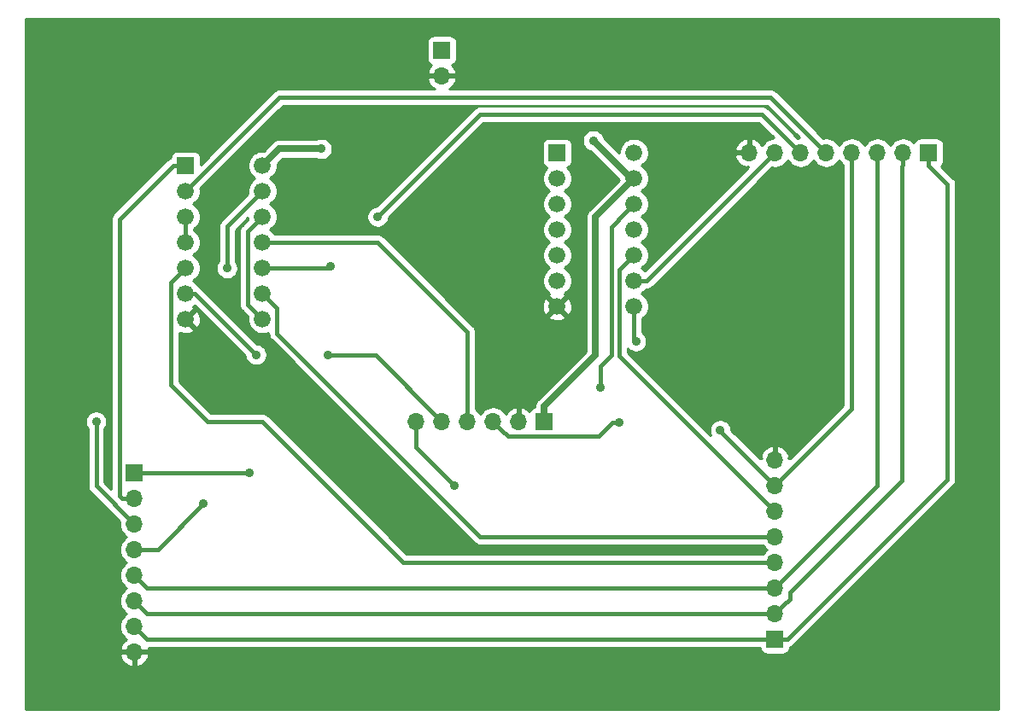
<source format=gbr>
G04 #@! TF.GenerationSoftware,KiCad,Pcbnew,(5.1.0)-1*
G04 #@! TF.CreationDate,2019-05-27T15:49:11-07:00*
G04 #@! TF.ProjectId,CC_Interconnect,43435f49-6e74-4657-9263-6f6e6e656374,rev?*
G04 #@! TF.SameCoordinates,Original*
G04 #@! TF.FileFunction,Copper,L2,Bot*
G04 #@! TF.FilePolarity,Positive*
%FSLAX46Y46*%
G04 Gerber Fmt 4.6, Leading zero omitted, Abs format (unit mm)*
G04 Created by KiCad (PCBNEW (5.1.0)-1) date 2019-05-27 15:49:11*
%MOMM*%
%LPD*%
G04 APERTURE LIST*
%ADD10R,1.676400X1.676400*%
%ADD11C,1.676400*%
%ADD12R,1.700000X1.700000*%
%ADD13O,1.700000X1.700000*%
%ADD14C,0.901600*%
%ADD15C,0.635000*%
%ADD16C,0.406400*%
%ADD17C,0.254000*%
G04 APERTURE END LIST*
D10*
X121920000Y-26670000D03*
D11*
X121920000Y-29210000D03*
X121920000Y-31750000D03*
X121920000Y-34290000D03*
X121920000Y-36830000D03*
X121920000Y-39370000D03*
X121920000Y-41910000D03*
X129540000Y-41910000D03*
X129540000Y-39370000D03*
X129540000Y-36830000D03*
X129540000Y-34290000D03*
X129540000Y-31750000D03*
X129540000Y-29210000D03*
X129540000Y-26670000D03*
D12*
X110490000Y-16510000D03*
D13*
X110490000Y-19050000D03*
D12*
X120650000Y-53340000D03*
D13*
X118110000Y-53340000D03*
X115570000Y-53340000D03*
X113030000Y-53340000D03*
X110490000Y-53340000D03*
X107950000Y-53340000D03*
D12*
X80010000Y-58420000D03*
D13*
X80010000Y-60960000D03*
X80010000Y-63500000D03*
X80010000Y-66040000D03*
X80010000Y-68580000D03*
X80010000Y-71120000D03*
X80010000Y-73660000D03*
X80010000Y-76200000D03*
X140970000Y-26670000D03*
X143510000Y-26670000D03*
X146050000Y-26670000D03*
X148590000Y-26670000D03*
X151130000Y-26670000D03*
X153670000Y-26670000D03*
X156210000Y-26670000D03*
D12*
X158750000Y-26670000D03*
X143510000Y-74930000D03*
D13*
X143510000Y-72390000D03*
X143510000Y-69850000D03*
X143510000Y-67310000D03*
X143510000Y-64770000D03*
X143510000Y-62230000D03*
X143510000Y-59690000D03*
X143510000Y-57150000D03*
D10*
X85090000Y-27940000D03*
D11*
X85090000Y-30480000D03*
X85090000Y-33020000D03*
X85090000Y-35560000D03*
X85090000Y-38100000D03*
X85090000Y-40640000D03*
X85090000Y-43180000D03*
X92710000Y-43180000D03*
X92710000Y-40640000D03*
X92710000Y-38100000D03*
X92710000Y-35560000D03*
X92710000Y-33020000D03*
X92710000Y-30480000D03*
X92710000Y-27940000D03*
D14*
X125500000Y-25450000D03*
X98570000Y-26290000D03*
X111760000Y-59690000D03*
X91440000Y-58420000D03*
X138100000Y-54180000D03*
X76220000Y-53350000D03*
X89200000Y-38130000D03*
X86870000Y-61510000D03*
X126220000Y-49940000D03*
X99430000Y-37960000D03*
X104140000Y-33020000D03*
X129740000Y-45360000D03*
X128040000Y-53450000D03*
X99170000Y-46780000D03*
X92080000Y-46710000D03*
D15*
X129260000Y-29210000D02*
X129540000Y-29210000D01*
X125500000Y-25450000D02*
X129260000Y-29210000D01*
X125730000Y-33020000D02*
X129540000Y-29210000D01*
X94360000Y-26290000D02*
X92710000Y-27940000D01*
X98570000Y-26290000D02*
X94360000Y-26290000D01*
X125730000Y-46775000D02*
X125730000Y-33020000D01*
X120650000Y-51855000D02*
X125730000Y-46775000D01*
X120650000Y-53340000D02*
X120650000Y-51855000D01*
D16*
X107950000Y-55880000D02*
X107950000Y-53340000D01*
X111760000Y-59690000D02*
X107950000Y-55880000D01*
X91440000Y-58420000D02*
X80010000Y-58420000D01*
X151130000Y-52070000D02*
X143510000Y-59690000D01*
X151130000Y-26670000D02*
X151130000Y-52070000D01*
X143510000Y-59690000D02*
X138100000Y-54280000D01*
X138100000Y-54280000D02*
X138100000Y-54180000D01*
X153670000Y-59690000D02*
X143510000Y-69850000D01*
X153670000Y-26670000D02*
X153670000Y-59690000D01*
X81280000Y-69850000D02*
X80010000Y-68580000D01*
X143510000Y-69850000D02*
X81280000Y-69850000D01*
X156210000Y-27872081D02*
X156080000Y-28002081D01*
X156210000Y-26670000D02*
X156210000Y-27872081D01*
X144359999Y-71540001D02*
X143510000Y-72390000D01*
X144969601Y-70930399D02*
X144359999Y-71540001D01*
X144969601Y-70310399D02*
X144969601Y-70930399D01*
X156080000Y-59200000D02*
X144969601Y-70310399D01*
X156080000Y-28002081D02*
X156080000Y-59200000D01*
X81280000Y-72390000D02*
X143510000Y-72390000D01*
X80010000Y-71120000D02*
X81280000Y-72390000D01*
X144610000Y-74930000D02*
X143510000Y-74930000D01*
X158750000Y-27926400D02*
X160620000Y-29796400D01*
X158750000Y-26670000D02*
X158750000Y-27926400D01*
X144766400Y-74930000D02*
X143510000Y-74930000D01*
X160620000Y-59076400D02*
X144766400Y-74930000D01*
X160620000Y-29796400D02*
X160620000Y-59076400D01*
X81280000Y-74930000D02*
X80010000Y-73660000D01*
X143510000Y-74930000D02*
X81280000Y-74930000D01*
X83845400Y-27940000D02*
X85090000Y-27940000D01*
X78550399Y-33235001D02*
X83845400Y-27940000D01*
X78550399Y-60702480D02*
X78550399Y-33235001D01*
X78807919Y-60960000D02*
X78550399Y-60702480D01*
X80010000Y-60960000D02*
X78807919Y-60960000D01*
X80010000Y-63500000D02*
X76220000Y-59710000D01*
X76220000Y-59710000D02*
X76220000Y-53350000D01*
X89200000Y-33990000D02*
X92710000Y-30480000D01*
X89200000Y-38130000D02*
X89200000Y-33990000D01*
X80010000Y-66040000D02*
X82340000Y-66040000D01*
X82340000Y-66040000D02*
X86870000Y-61510000D01*
X128701801Y-32588199D02*
X129540000Y-31750000D01*
X127279389Y-34010611D02*
X128701801Y-32588199D01*
X127279389Y-46760097D02*
X127279389Y-34010611D01*
X126220000Y-47819486D02*
X127279389Y-46760097D01*
X126220000Y-49940000D02*
X126220000Y-47819486D01*
X130810000Y-39370000D02*
X129540000Y-39370000D01*
X143510000Y-26670000D02*
X130810000Y-39370000D01*
X146050000Y-26670000D02*
X142240000Y-22860000D01*
X142240000Y-22860000D02*
X114300000Y-22860000D01*
X114300000Y-22860000D02*
X104140000Y-33020000D01*
X92710000Y-38100000D02*
X99290000Y-38100000D01*
X99290000Y-38100000D02*
X99430000Y-37960000D01*
X148590000Y-26670000D02*
X143090000Y-21170000D01*
X94400000Y-21170000D02*
X93685000Y-21885000D01*
X143090000Y-21170000D02*
X94400000Y-21170000D01*
X93980000Y-21590000D02*
X93685000Y-21885000D01*
X93685000Y-21885000D02*
X85090000Y-30480000D01*
X92710000Y-53340000D02*
X106680000Y-67310000D01*
X106680000Y-67310000D02*
X143510000Y-67310000D01*
X84251801Y-38938199D02*
X85090000Y-38100000D01*
X83642199Y-39547801D02*
X84251801Y-38938199D01*
X83642199Y-49732199D02*
X83642199Y-39547801D01*
X87250000Y-53340000D02*
X83642199Y-49732199D01*
X87250000Y-53340000D02*
X92710000Y-53340000D01*
X143510000Y-64770000D02*
X114300000Y-64770000D01*
X94157801Y-44627801D02*
X114300000Y-64770000D01*
X94157801Y-42087801D02*
X94157801Y-44627801D01*
X92710000Y-40640000D02*
X94157801Y-42087801D01*
X128701801Y-37668199D02*
X129540000Y-36830000D01*
X128092199Y-38277801D02*
X128701801Y-37668199D01*
X128092199Y-46812199D02*
X128092199Y-38277801D01*
X143510000Y-62230000D02*
X128092199Y-46812199D01*
X129540000Y-41910000D02*
X129540000Y-45160000D01*
X129540000Y-45160000D02*
X129740000Y-45360000D01*
X116419999Y-54189999D02*
X115570000Y-53340000D01*
X117029601Y-54799601D02*
X116419999Y-54189999D01*
X126052872Y-54799601D02*
X117029601Y-54799601D01*
X127402473Y-53450000D02*
X126052872Y-54799601D01*
X128040000Y-53450000D02*
X127402473Y-53450000D01*
X113030000Y-53340000D02*
X113030000Y-44450000D01*
X104140000Y-35560000D02*
X92710000Y-35560000D01*
X113030000Y-44450000D02*
X104140000Y-35560000D01*
X103550210Y-46780000D02*
X99170000Y-46780000D01*
X110490000Y-53340000D02*
X103930000Y-46780000D01*
X103930000Y-46780000D02*
X103550210Y-46780000D01*
X86010000Y-40640000D02*
X85090000Y-40640000D01*
X92080000Y-46710000D02*
X86010000Y-40640000D01*
X85090000Y-33020000D02*
X85090000Y-35560000D01*
X91871801Y-42341801D02*
X92710000Y-43180000D01*
X91262199Y-41732199D02*
X91871801Y-42341801D01*
X91262199Y-34467801D02*
X91262199Y-41732199D01*
X92710000Y-33020000D02*
X91262199Y-34467801D01*
D17*
G36*
X165710001Y-81890000D02*
G01*
X69240000Y-81890000D01*
X69240000Y-76556890D01*
X78568524Y-76556890D01*
X78613175Y-76704099D01*
X78738359Y-76966920D01*
X78912412Y-77200269D01*
X79128645Y-77395178D01*
X79378748Y-77544157D01*
X79653109Y-77641481D01*
X79883000Y-77520814D01*
X79883000Y-76327000D01*
X80137000Y-76327000D01*
X80137000Y-77520814D01*
X80366891Y-77641481D01*
X80641252Y-77544157D01*
X80891355Y-77395178D01*
X81107588Y-77200269D01*
X81281641Y-76966920D01*
X81406825Y-76704099D01*
X81451476Y-76556890D01*
X81330155Y-76327000D01*
X80137000Y-76327000D01*
X79883000Y-76327000D01*
X78689845Y-76327000D01*
X78568524Y-76556890D01*
X69240000Y-76556890D01*
X69240000Y-53243058D01*
X75134200Y-53243058D01*
X75134200Y-53456942D01*
X75175926Y-53666716D01*
X75257776Y-53864319D01*
X75376604Y-54042157D01*
X75381801Y-54047354D01*
X75381800Y-59668837D01*
X75377746Y-59710000D01*
X75381800Y-59751163D01*
X75381800Y-59751169D01*
X75393929Y-59874315D01*
X75441858Y-60032316D01*
X75519691Y-60177931D01*
X75624436Y-60305564D01*
X75656418Y-60331811D01*
X78545322Y-63220716D01*
X78517815Y-63500000D01*
X78546487Y-63791111D01*
X78631401Y-64071034D01*
X78769294Y-64329014D01*
X78954866Y-64555134D01*
X79180986Y-64740706D01*
X79235791Y-64770000D01*
X79180986Y-64799294D01*
X78954866Y-64984866D01*
X78769294Y-65210986D01*
X78631401Y-65468966D01*
X78546487Y-65748889D01*
X78517815Y-66040000D01*
X78546487Y-66331111D01*
X78631401Y-66611034D01*
X78769294Y-66869014D01*
X78954866Y-67095134D01*
X79180986Y-67280706D01*
X79235791Y-67310000D01*
X79180986Y-67339294D01*
X78954866Y-67524866D01*
X78769294Y-67750986D01*
X78631401Y-68008966D01*
X78546487Y-68288889D01*
X78517815Y-68580000D01*
X78546487Y-68871111D01*
X78631401Y-69151034D01*
X78769294Y-69409014D01*
X78954866Y-69635134D01*
X79180986Y-69820706D01*
X79235791Y-69850000D01*
X79180986Y-69879294D01*
X78954866Y-70064866D01*
X78769294Y-70290986D01*
X78631401Y-70548966D01*
X78546487Y-70828889D01*
X78517815Y-71120000D01*
X78546487Y-71411111D01*
X78631401Y-71691034D01*
X78769294Y-71949014D01*
X78954866Y-72175134D01*
X79180986Y-72360706D01*
X79235791Y-72390000D01*
X79180986Y-72419294D01*
X78954866Y-72604866D01*
X78769294Y-72830986D01*
X78631401Y-73088966D01*
X78546487Y-73368889D01*
X78517815Y-73660000D01*
X78546487Y-73951111D01*
X78631401Y-74231034D01*
X78769294Y-74489014D01*
X78954866Y-74715134D01*
X79180986Y-74900706D01*
X79245523Y-74935201D01*
X79128645Y-75004822D01*
X78912412Y-75199731D01*
X78738359Y-75433080D01*
X78613175Y-75695901D01*
X78568524Y-75843110D01*
X78689845Y-76073000D01*
X79883000Y-76073000D01*
X79883000Y-76053000D01*
X80137000Y-76053000D01*
X80137000Y-76073000D01*
X81330155Y-76073000D01*
X81451476Y-75843110D01*
X81428755Y-75768200D01*
X142021928Y-75768200D01*
X142021928Y-75780000D01*
X142034188Y-75904482D01*
X142070498Y-76024180D01*
X142129463Y-76134494D01*
X142208815Y-76231185D01*
X142305506Y-76310537D01*
X142415820Y-76369502D01*
X142535518Y-76405812D01*
X142660000Y-76418072D01*
X144360000Y-76418072D01*
X144484482Y-76405812D01*
X144604180Y-76369502D01*
X144714494Y-76310537D01*
X144811185Y-76231185D01*
X144890537Y-76134494D01*
X144949502Y-76024180D01*
X144985812Y-75904482D01*
X144998072Y-75780000D01*
X144998072Y-75735639D01*
X145088717Y-75708142D01*
X145234332Y-75630309D01*
X145361964Y-75525564D01*
X145388211Y-75493582D01*
X161183588Y-59698206D01*
X161215564Y-59671964D01*
X161320309Y-59544332D01*
X161398142Y-59398717D01*
X161446071Y-59240716D01*
X161458200Y-59117570D01*
X161458200Y-59117564D01*
X161462254Y-59076401D01*
X161458200Y-59035238D01*
X161458200Y-29837559D01*
X161462254Y-29796399D01*
X161458200Y-29755239D01*
X161458200Y-29755230D01*
X161446071Y-29632084D01*
X161398142Y-29474083D01*
X161320309Y-29328468D01*
X161215564Y-29200836D01*
X161183589Y-29174595D01*
X160012185Y-28003191D01*
X160051185Y-27971185D01*
X160130537Y-27874494D01*
X160189502Y-27764180D01*
X160225812Y-27644482D01*
X160238072Y-27520000D01*
X160238072Y-25820000D01*
X160225812Y-25695518D01*
X160189502Y-25575820D01*
X160130537Y-25465506D01*
X160051185Y-25368815D01*
X159954494Y-25289463D01*
X159844180Y-25230498D01*
X159724482Y-25194188D01*
X159600000Y-25181928D01*
X157900000Y-25181928D01*
X157775518Y-25194188D01*
X157655820Y-25230498D01*
X157545506Y-25289463D01*
X157448815Y-25368815D01*
X157369463Y-25465506D01*
X157310498Y-25575820D01*
X157289607Y-25644687D01*
X157265134Y-25614866D01*
X157039014Y-25429294D01*
X156781034Y-25291401D01*
X156501111Y-25206487D01*
X156282950Y-25185000D01*
X156137050Y-25185000D01*
X155918889Y-25206487D01*
X155638966Y-25291401D01*
X155380986Y-25429294D01*
X155154866Y-25614866D01*
X154969294Y-25840986D01*
X154940000Y-25895791D01*
X154910706Y-25840986D01*
X154725134Y-25614866D01*
X154499014Y-25429294D01*
X154241034Y-25291401D01*
X153961111Y-25206487D01*
X153742950Y-25185000D01*
X153597050Y-25185000D01*
X153378889Y-25206487D01*
X153098966Y-25291401D01*
X152840986Y-25429294D01*
X152614866Y-25614866D01*
X152429294Y-25840986D01*
X152400000Y-25895791D01*
X152370706Y-25840986D01*
X152185134Y-25614866D01*
X151959014Y-25429294D01*
X151701034Y-25291401D01*
X151421111Y-25206487D01*
X151202950Y-25185000D01*
X151057050Y-25185000D01*
X150838889Y-25206487D01*
X150558966Y-25291401D01*
X150300986Y-25429294D01*
X150074866Y-25614866D01*
X149889294Y-25840986D01*
X149860000Y-25895791D01*
X149830706Y-25840986D01*
X149645134Y-25614866D01*
X149419014Y-25429294D01*
X149161034Y-25291401D01*
X148881111Y-25206487D01*
X148662950Y-25185000D01*
X148517050Y-25185000D01*
X148310716Y-25205322D01*
X143711811Y-20606418D01*
X143685564Y-20574436D01*
X143557932Y-20469691D01*
X143412317Y-20391858D01*
X143254316Y-20343929D01*
X143131170Y-20331800D01*
X143131163Y-20331800D01*
X143090000Y-20327746D01*
X143048837Y-20331800D01*
X111225936Y-20331800D01*
X111371355Y-20245178D01*
X111587588Y-20050269D01*
X111761641Y-19816920D01*
X111886825Y-19554099D01*
X111931476Y-19406890D01*
X111810155Y-19177000D01*
X110617000Y-19177000D01*
X110617000Y-19197000D01*
X110363000Y-19197000D01*
X110363000Y-19177000D01*
X109169845Y-19177000D01*
X109048524Y-19406890D01*
X109093175Y-19554099D01*
X109218359Y-19816920D01*
X109392412Y-20050269D01*
X109608645Y-20245178D01*
X109754064Y-20331800D01*
X94441163Y-20331800D01*
X94400000Y-20327746D01*
X94358837Y-20331800D01*
X94358830Y-20331800D01*
X94235684Y-20343929D01*
X94077683Y-20391858D01*
X93932068Y-20469691D01*
X93804436Y-20574436D01*
X93778193Y-20606413D01*
X93121419Y-21263188D01*
X93121414Y-21263192D01*
X86566272Y-27818335D01*
X86566272Y-27101800D01*
X86554012Y-26977318D01*
X86517702Y-26857620D01*
X86458737Y-26747306D01*
X86379385Y-26650615D01*
X86282694Y-26571263D01*
X86172380Y-26512298D01*
X86052682Y-26475988D01*
X85928200Y-26463728D01*
X84251800Y-26463728D01*
X84127318Y-26475988D01*
X84007620Y-26512298D01*
X83897306Y-26571263D01*
X83800615Y-26650615D01*
X83721263Y-26747306D01*
X83662298Y-26857620D01*
X83625988Y-26977318D01*
X83613728Y-27101800D01*
X83613728Y-27134361D01*
X83523083Y-27161858D01*
X83499896Y-27174252D01*
X83377468Y-27239691D01*
X83362197Y-27252224D01*
X83249836Y-27344436D01*
X83223594Y-27376412D01*
X77986812Y-32613195D01*
X77954836Y-32639437D01*
X77928594Y-32671413D01*
X77928591Y-32671416D01*
X77850090Y-32767070D01*
X77772257Y-32912685D01*
X77724328Y-33070686D01*
X77708145Y-33235001D01*
X77712200Y-33276174D01*
X77712199Y-60016806D01*
X77058200Y-59362807D01*
X77058200Y-54047353D01*
X77063396Y-54042157D01*
X77182224Y-53864319D01*
X77264074Y-53666716D01*
X77305800Y-53456942D01*
X77305800Y-53243058D01*
X77264074Y-53033284D01*
X77182224Y-52835681D01*
X77063396Y-52657843D01*
X76912157Y-52506604D01*
X76734319Y-52387776D01*
X76536716Y-52305926D01*
X76326942Y-52264200D01*
X76113058Y-52264200D01*
X75903284Y-52305926D01*
X75705681Y-52387776D01*
X75527843Y-52506604D01*
X75376604Y-52657843D01*
X75257776Y-52835681D01*
X75175926Y-53033284D01*
X75134200Y-53243058D01*
X69240000Y-53243058D01*
X69240000Y-15660000D01*
X109001928Y-15660000D01*
X109001928Y-17360000D01*
X109014188Y-17484482D01*
X109050498Y-17604180D01*
X109109463Y-17714494D01*
X109188815Y-17811185D01*
X109285506Y-17890537D01*
X109395820Y-17949502D01*
X109476466Y-17973966D01*
X109392412Y-18049731D01*
X109218359Y-18283080D01*
X109093175Y-18545901D01*
X109048524Y-18693110D01*
X109169845Y-18923000D01*
X110363000Y-18923000D01*
X110363000Y-18903000D01*
X110617000Y-18903000D01*
X110617000Y-18923000D01*
X111810155Y-18923000D01*
X111931476Y-18693110D01*
X111886825Y-18545901D01*
X111761641Y-18283080D01*
X111587588Y-18049731D01*
X111503534Y-17973966D01*
X111584180Y-17949502D01*
X111694494Y-17890537D01*
X111791185Y-17811185D01*
X111870537Y-17714494D01*
X111929502Y-17604180D01*
X111965812Y-17484482D01*
X111978072Y-17360000D01*
X111978072Y-15660000D01*
X111965812Y-15535518D01*
X111929502Y-15415820D01*
X111870537Y-15305506D01*
X111791185Y-15208815D01*
X111694494Y-15129463D01*
X111584180Y-15070498D01*
X111464482Y-15034188D01*
X111340000Y-15021928D01*
X109640000Y-15021928D01*
X109515518Y-15034188D01*
X109395820Y-15070498D01*
X109285506Y-15129463D01*
X109188815Y-15208815D01*
X109109463Y-15305506D01*
X109050498Y-15415820D01*
X109014188Y-15535518D01*
X109001928Y-15660000D01*
X69240000Y-15660000D01*
X69240000Y-13360000D01*
X165710000Y-13360000D01*
X165710001Y-81890000D01*
X165710001Y-81890000D01*
G37*
X165710001Y-81890000D02*
X69240000Y-81890000D01*
X69240000Y-76556890D01*
X78568524Y-76556890D01*
X78613175Y-76704099D01*
X78738359Y-76966920D01*
X78912412Y-77200269D01*
X79128645Y-77395178D01*
X79378748Y-77544157D01*
X79653109Y-77641481D01*
X79883000Y-77520814D01*
X79883000Y-76327000D01*
X80137000Y-76327000D01*
X80137000Y-77520814D01*
X80366891Y-77641481D01*
X80641252Y-77544157D01*
X80891355Y-77395178D01*
X81107588Y-77200269D01*
X81281641Y-76966920D01*
X81406825Y-76704099D01*
X81451476Y-76556890D01*
X81330155Y-76327000D01*
X80137000Y-76327000D01*
X79883000Y-76327000D01*
X78689845Y-76327000D01*
X78568524Y-76556890D01*
X69240000Y-76556890D01*
X69240000Y-53243058D01*
X75134200Y-53243058D01*
X75134200Y-53456942D01*
X75175926Y-53666716D01*
X75257776Y-53864319D01*
X75376604Y-54042157D01*
X75381801Y-54047354D01*
X75381800Y-59668837D01*
X75377746Y-59710000D01*
X75381800Y-59751163D01*
X75381800Y-59751169D01*
X75393929Y-59874315D01*
X75441858Y-60032316D01*
X75519691Y-60177931D01*
X75624436Y-60305564D01*
X75656418Y-60331811D01*
X78545322Y-63220716D01*
X78517815Y-63500000D01*
X78546487Y-63791111D01*
X78631401Y-64071034D01*
X78769294Y-64329014D01*
X78954866Y-64555134D01*
X79180986Y-64740706D01*
X79235791Y-64770000D01*
X79180986Y-64799294D01*
X78954866Y-64984866D01*
X78769294Y-65210986D01*
X78631401Y-65468966D01*
X78546487Y-65748889D01*
X78517815Y-66040000D01*
X78546487Y-66331111D01*
X78631401Y-66611034D01*
X78769294Y-66869014D01*
X78954866Y-67095134D01*
X79180986Y-67280706D01*
X79235791Y-67310000D01*
X79180986Y-67339294D01*
X78954866Y-67524866D01*
X78769294Y-67750986D01*
X78631401Y-68008966D01*
X78546487Y-68288889D01*
X78517815Y-68580000D01*
X78546487Y-68871111D01*
X78631401Y-69151034D01*
X78769294Y-69409014D01*
X78954866Y-69635134D01*
X79180986Y-69820706D01*
X79235791Y-69850000D01*
X79180986Y-69879294D01*
X78954866Y-70064866D01*
X78769294Y-70290986D01*
X78631401Y-70548966D01*
X78546487Y-70828889D01*
X78517815Y-71120000D01*
X78546487Y-71411111D01*
X78631401Y-71691034D01*
X78769294Y-71949014D01*
X78954866Y-72175134D01*
X79180986Y-72360706D01*
X79235791Y-72390000D01*
X79180986Y-72419294D01*
X78954866Y-72604866D01*
X78769294Y-72830986D01*
X78631401Y-73088966D01*
X78546487Y-73368889D01*
X78517815Y-73660000D01*
X78546487Y-73951111D01*
X78631401Y-74231034D01*
X78769294Y-74489014D01*
X78954866Y-74715134D01*
X79180986Y-74900706D01*
X79245523Y-74935201D01*
X79128645Y-75004822D01*
X78912412Y-75199731D01*
X78738359Y-75433080D01*
X78613175Y-75695901D01*
X78568524Y-75843110D01*
X78689845Y-76073000D01*
X79883000Y-76073000D01*
X79883000Y-76053000D01*
X80137000Y-76053000D01*
X80137000Y-76073000D01*
X81330155Y-76073000D01*
X81451476Y-75843110D01*
X81428755Y-75768200D01*
X142021928Y-75768200D01*
X142021928Y-75780000D01*
X142034188Y-75904482D01*
X142070498Y-76024180D01*
X142129463Y-76134494D01*
X142208815Y-76231185D01*
X142305506Y-76310537D01*
X142415820Y-76369502D01*
X142535518Y-76405812D01*
X142660000Y-76418072D01*
X144360000Y-76418072D01*
X144484482Y-76405812D01*
X144604180Y-76369502D01*
X144714494Y-76310537D01*
X144811185Y-76231185D01*
X144890537Y-76134494D01*
X144949502Y-76024180D01*
X144985812Y-75904482D01*
X144998072Y-75780000D01*
X144998072Y-75735639D01*
X145088717Y-75708142D01*
X145234332Y-75630309D01*
X145361964Y-75525564D01*
X145388211Y-75493582D01*
X161183588Y-59698206D01*
X161215564Y-59671964D01*
X161320309Y-59544332D01*
X161398142Y-59398717D01*
X161446071Y-59240716D01*
X161458200Y-59117570D01*
X161458200Y-59117564D01*
X161462254Y-59076401D01*
X161458200Y-59035238D01*
X161458200Y-29837559D01*
X161462254Y-29796399D01*
X161458200Y-29755239D01*
X161458200Y-29755230D01*
X161446071Y-29632084D01*
X161398142Y-29474083D01*
X161320309Y-29328468D01*
X161215564Y-29200836D01*
X161183589Y-29174595D01*
X160012185Y-28003191D01*
X160051185Y-27971185D01*
X160130537Y-27874494D01*
X160189502Y-27764180D01*
X160225812Y-27644482D01*
X160238072Y-27520000D01*
X160238072Y-25820000D01*
X160225812Y-25695518D01*
X160189502Y-25575820D01*
X160130537Y-25465506D01*
X160051185Y-25368815D01*
X159954494Y-25289463D01*
X159844180Y-25230498D01*
X159724482Y-25194188D01*
X159600000Y-25181928D01*
X157900000Y-25181928D01*
X157775518Y-25194188D01*
X157655820Y-25230498D01*
X157545506Y-25289463D01*
X157448815Y-25368815D01*
X157369463Y-25465506D01*
X157310498Y-25575820D01*
X157289607Y-25644687D01*
X157265134Y-25614866D01*
X157039014Y-25429294D01*
X156781034Y-25291401D01*
X156501111Y-25206487D01*
X156282950Y-25185000D01*
X156137050Y-25185000D01*
X155918889Y-25206487D01*
X155638966Y-25291401D01*
X155380986Y-25429294D01*
X155154866Y-25614866D01*
X154969294Y-25840986D01*
X154940000Y-25895791D01*
X154910706Y-25840986D01*
X154725134Y-25614866D01*
X154499014Y-25429294D01*
X154241034Y-25291401D01*
X153961111Y-25206487D01*
X153742950Y-25185000D01*
X153597050Y-25185000D01*
X153378889Y-25206487D01*
X153098966Y-25291401D01*
X152840986Y-25429294D01*
X152614866Y-25614866D01*
X152429294Y-25840986D01*
X152400000Y-25895791D01*
X152370706Y-25840986D01*
X152185134Y-25614866D01*
X151959014Y-25429294D01*
X151701034Y-25291401D01*
X151421111Y-25206487D01*
X151202950Y-25185000D01*
X151057050Y-25185000D01*
X150838889Y-25206487D01*
X150558966Y-25291401D01*
X150300986Y-25429294D01*
X150074866Y-25614866D01*
X149889294Y-25840986D01*
X149860000Y-25895791D01*
X149830706Y-25840986D01*
X149645134Y-25614866D01*
X149419014Y-25429294D01*
X149161034Y-25291401D01*
X148881111Y-25206487D01*
X148662950Y-25185000D01*
X148517050Y-25185000D01*
X148310716Y-25205322D01*
X143711811Y-20606418D01*
X143685564Y-20574436D01*
X143557932Y-20469691D01*
X143412317Y-20391858D01*
X143254316Y-20343929D01*
X143131170Y-20331800D01*
X143131163Y-20331800D01*
X143090000Y-20327746D01*
X143048837Y-20331800D01*
X111225936Y-20331800D01*
X111371355Y-20245178D01*
X111587588Y-20050269D01*
X111761641Y-19816920D01*
X111886825Y-19554099D01*
X111931476Y-19406890D01*
X111810155Y-19177000D01*
X110617000Y-19177000D01*
X110617000Y-19197000D01*
X110363000Y-19197000D01*
X110363000Y-19177000D01*
X109169845Y-19177000D01*
X109048524Y-19406890D01*
X109093175Y-19554099D01*
X109218359Y-19816920D01*
X109392412Y-20050269D01*
X109608645Y-20245178D01*
X109754064Y-20331800D01*
X94441163Y-20331800D01*
X94400000Y-20327746D01*
X94358837Y-20331800D01*
X94358830Y-20331800D01*
X94235684Y-20343929D01*
X94077683Y-20391858D01*
X93932068Y-20469691D01*
X93804436Y-20574436D01*
X93778193Y-20606413D01*
X93121419Y-21263188D01*
X93121414Y-21263192D01*
X86566272Y-27818335D01*
X86566272Y-27101800D01*
X86554012Y-26977318D01*
X86517702Y-26857620D01*
X86458737Y-26747306D01*
X86379385Y-26650615D01*
X86282694Y-26571263D01*
X86172380Y-26512298D01*
X86052682Y-26475988D01*
X85928200Y-26463728D01*
X84251800Y-26463728D01*
X84127318Y-26475988D01*
X84007620Y-26512298D01*
X83897306Y-26571263D01*
X83800615Y-26650615D01*
X83721263Y-26747306D01*
X83662298Y-26857620D01*
X83625988Y-26977318D01*
X83613728Y-27101800D01*
X83613728Y-27134361D01*
X83523083Y-27161858D01*
X83499896Y-27174252D01*
X83377468Y-27239691D01*
X83362197Y-27252224D01*
X83249836Y-27344436D01*
X83223594Y-27376412D01*
X77986812Y-32613195D01*
X77954836Y-32639437D01*
X77928594Y-32671413D01*
X77928591Y-32671416D01*
X77850090Y-32767070D01*
X77772257Y-32912685D01*
X77724328Y-33070686D01*
X77708145Y-33235001D01*
X77712200Y-33276174D01*
X77712199Y-60016806D01*
X77058200Y-59362807D01*
X77058200Y-54047353D01*
X77063396Y-54042157D01*
X77182224Y-53864319D01*
X77264074Y-53666716D01*
X77305800Y-53456942D01*
X77305800Y-53243058D01*
X77264074Y-53033284D01*
X77182224Y-52835681D01*
X77063396Y-52657843D01*
X76912157Y-52506604D01*
X76734319Y-52387776D01*
X76536716Y-52305926D01*
X76326942Y-52264200D01*
X76113058Y-52264200D01*
X75903284Y-52305926D01*
X75705681Y-52387776D01*
X75527843Y-52506604D01*
X75376604Y-52657843D01*
X75257776Y-52835681D01*
X75175926Y-53033284D01*
X75134200Y-53243058D01*
X69240000Y-53243058D01*
X69240000Y-15660000D01*
X109001928Y-15660000D01*
X109001928Y-17360000D01*
X109014188Y-17484482D01*
X109050498Y-17604180D01*
X109109463Y-17714494D01*
X109188815Y-17811185D01*
X109285506Y-17890537D01*
X109395820Y-17949502D01*
X109476466Y-17973966D01*
X109392412Y-18049731D01*
X109218359Y-18283080D01*
X109093175Y-18545901D01*
X109048524Y-18693110D01*
X109169845Y-18923000D01*
X110363000Y-18923000D01*
X110363000Y-18903000D01*
X110617000Y-18903000D01*
X110617000Y-18923000D01*
X111810155Y-18923000D01*
X111931476Y-18693110D01*
X111886825Y-18545901D01*
X111761641Y-18283080D01*
X111587588Y-18049731D01*
X111503534Y-17973966D01*
X111584180Y-17949502D01*
X111694494Y-17890537D01*
X111791185Y-17811185D01*
X111870537Y-17714494D01*
X111929502Y-17604180D01*
X111965812Y-17484482D01*
X111978072Y-17360000D01*
X111978072Y-15660000D01*
X111965812Y-15535518D01*
X111929502Y-15415820D01*
X111870537Y-15305506D01*
X111791185Y-15208815D01*
X111694494Y-15129463D01*
X111584180Y-15070498D01*
X111464482Y-15034188D01*
X111340000Y-15021928D01*
X109640000Y-15021928D01*
X109515518Y-15034188D01*
X109395820Y-15070498D01*
X109285506Y-15129463D01*
X109188815Y-15208815D01*
X109109463Y-15305506D01*
X109050498Y-15415820D01*
X109014188Y-15535518D01*
X109001928Y-15660000D01*
X69240000Y-15660000D01*
X69240000Y-13360000D01*
X165710000Y-13360000D01*
X165710001Y-81890000D01*
G36*
X145924757Y-25190150D02*
G01*
X145770716Y-25205322D01*
X142861811Y-22296418D01*
X142835564Y-22264436D01*
X142707932Y-22159691D01*
X142562317Y-22081858D01*
X142404316Y-22033929D01*
X142281170Y-22021800D01*
X142281163Y-22021800D01*
X142240000Y-22017746D01*
X142198837Y-22021800D01*
X114341163Y-22021800D01*
X114300000Y-22017746D01*
X114258837Y-22021800D01*
X114258830Y-22021800D01*
X114135684Y-22033929D01*
X113977683Y-22081858D01*
X113832068Y-22159691D01*
X113774036Y-22207317D01*
X113704436Y-22264436D01*
X113678194Y-22296412D01*
X104040407Y-31934200D01*
X104033058Y-31934200D01*
X103823284Y-31975926D01*
X103625681Y-32057776D01*
X103447843Y-32176604D01*
X103296604Y-32327843D01*
X103177776Y-32505681D01*
X103095926Y-32703284D01*
X103054200Y-32913058D01*
X103054200Y-33126942D01*
X103095926Y-33336716D01*
X103177776Y-33534319D01*
X103296604Y-33712157D01*
X103447843Y-33863396D01*
X103625681Y-33982224D01*
X103823284Y-34064074D01*
X104033058Y-34105800D01*
X104246942Y-34105800D01*
X104456716Y-34064074D01*
X104654319Y-33982224D01*
X104832157Y-33863396D01*
X104983396Y-33712157D01*
X105102224Y-33534319D01*
X105184074Y-33336716D01*
X105225800Y-33126942D01*
X105225800Y-33119593D01*
X112513593Y-25831800D01*
X120443728Y-25831800D01*
X120443728Y-27508200D01*
X120455988Y-27632682D01*
X120492298Y-27752380D01*
X120551263Y-27862694D01*
X120630615Y-27959385D01*
X120727306Y-28038737D01*
X120837620Y-28097702D01*
X120922984Y-28123597D01*
X120775691Y-28270890D01*
X120614467Y-28512178D01*
X120503414Y-28780283D01*
X120446800Y-29064902D01*
X120446800Y-29355098D01*
X120503414Y-29639717D01*
X120614467Y-29907822D01*
X120775691Y-30149110D01*
X120980890Y-30354309D01*
X121168999Y-30480000D01*
X120980890Y-30605691D01*
X120775691Y-30810890D01*
X120614467Y-31052178D01*
X120503414Y-31320283D01*
X120446800Y-31604902D01*
X120446800Y-31895098D01*
X120503414Y-32179717D01*
X120614467Y-32447822D01*
X120775691Y-32689110D01*
X120980890Y-32894309D01*
X121168999Y-33020000D01*
X120980890Y-33145691D01*
X120775691Y-33350890D01*
X120614467Y-33592178D01*
X120503414Y-33860283D01*
X120446800Y-34144902D01*
X120446800Y-34435098D01*
X120503414Y-34719717D01*
X120614467Y-34987822D01*
X120775691Y-35229110D01*
X120980890Y-35434309D01*
X121168999Y-35560000D01*
X120980890Y-35685691D01*
X120775691Y-35890890D01*
X120614467Y-36132178D01*
X120503414Y-36400283D01*
X120446800Y-36684902D01*
X120446800Y-36975098D01*
X120503414Y-37259717D01*
X120614467Y-37527822D01*
X120775691Y-37769110D01*
X120980890Y-37974309D01*
X121168999Y-38100000D01*
X120980890Y-38225691D01*
X120775691Y-38430890D01*
X120614467Y-38672178D01*
X120503414Y-38940283D01*
X120446800Y-39224902D01*
X120446800Y-39515098D01*
X120503414Y-39799717D01*
X120614467Y-40067822D01*
X120775691Y-40309110D01*
X120980890Y-40514309D01*
X121164943Y-40637289D01*
X121155838Y-40642156D01*
X121079630Y-40890025D01*
X121920000Y-41730395D01*
X122760370Y-40890025D01*
X122684162Y-40642156D01*
X122674592Y-40637601D01*
X122859110Y-40514309D01*
X123064309Y-40309110D01*
X123225533Y-40067822D01*
X123336586Y-39799717D01*
X123393200Y-39515098D01*
X123393200Y-39224902D01*
X123336586Y-38940283D01*
X123225533Y-38672178D01*
X123064309Y-38430890D01*
X122859110Y-38225691D01*
X122671001Y-38100000D01*
X122859110Y-37974309D01*
X123064309Y-37769110D01*
X123225533Y-37527822D01*
X123336586Y-37259717D01*
X123393200Y-36975098D01*
X123393200Y-36684902D01*
X123336586Y-36400283D01*
X123225533Y-36132178D01*
X123064309Y-35890890D01*
X122859110Y-35685691D01*
X122671001Y-35560000D01*
X122859110Y-35434309D01*
X123064309Y-35229110D01*
X123225533Y-34987822D01*
X123336586Y-34719717D01*
X123393200Y-34435098D01*
X123393200Y-34144902D01*
X123336586Y-33860283D01*
X123225533Y-33592178D01*
X123064309Y-33350890D01*
X122859110Y-33145691D01*
X122671001Y-33020000D01*
X122859110Y-32894309D01*
X123064309Y-32689110D01*
X123225533Y-32447822D01*
X123336586Y-32179717D01*
X123393200Y-31895098D01*
X123393200Y-31604902D01*
X123336586Y-31320283D01*
X123225533Y-31052178D01*
X123064309Y-30810890D01*
X122859110Y-30605691D01*
X122671001Y-30480000D01*
X122859110Y-30354309D01*
X123064309Y-30149110D01*
X123225533Y-29907822D01*
X123336586Y-29639717D01*
X123393200Y-29355098D01*
X123393200Y-29064902D01*
X123336586Y-28780283D01*
X123225533Y-28512178D01*
X123064309Y-28270890D01*
X122917016Y-28123597D01*
X123002380Y-28097702D01*
X123112694Y-28038737D01*
X123209385Y-27959385D01*
X123288737Y-27862694D01*
X123347702Y-27752380D01*
X123384012Y-27632682D01*
X123396272Y-27508200D01*
X123396272Y-25831800D01*
X123384012Y-25707318D01*
X123347702Y-25587620D01*
X123288737Y-25477306D01*
X123209385Y-25380615D01*
X123112694Y-25301263D01*
X123002380Y-25242298D01*
X122882682Y-25205988D01*
X122758200Y-25193728D01*
X121081800Y-25193728D01*
X120957318Y-25205988D01*
X120837620Y-25242298D01*
X120727306Y-25301263D01*
X120630615Y-25380615D01*
X120551263Y-25477306D01*
X120492298Y-25587620D01*
X120455988Y-25707318D01*
X120443728Y-25831800D01*
X112513593Y-25831800D01*
X114647194Y-23698200D01*
X141892807Y-23698200D01*
X143384757Y-25190150D01*
X143218889Y-25206487D01*
X142938966Y-25291401D01*
X142680986Y-25429294D01*
X142454866Y-25614866D01*
X142269294Y-25840986D01*
X142234799Y-25905523D01*
X142165178Y-25788645D01*
X141970269Y-25572412D01*
X141736920Y-25398359D01*
X141474099Y-25273175D01*
X141326890Y-25228524D01*
X141097000Y-25349845D01*
X141097000Y-26543000D01*
X141117000Y-26543000D01*
X141117000Y-26797000D01*
X141097000Y-26797000D01*
X141097000Y-26817000D01*
X140843000Y-26817000D01*
X140843000Y-26797000D01*
X139649186Y-26797000D01*
X139528519Y-27026891D01*
X139625843Y-27301252D01*
X139774822Y-27551355D01*
X139969731Y-27767588D01*
X140203080Y-27941641D01*
X140465901Y-28066825D01*
X140613110Y-28111476D01*
X140842998Y-27990156D01*
X140842998Y-28151608D01*
X130624013Y-38370594D01*
X130479110Y-38225691D01*
X130291001Y-38100000D01*
X130479110Y-37974309D01*
X130684309Y-37769110D01*
X130845533Y-37527822D01*
X130956586Y-37259717D01*
X131013200Y-36975098D01*
X131013200Y-36684902D01*
X130956586Y-36400283D01*
X130845533Y-36132178D01*
X130684309Y-35890890D01*
X130479110Y-35685691D01*
X130291001Y-35560000D01*
X130479110Y-35434309D01*
X130684309Y-35229110D01*
X130845533Y-34987822D01*
X130956586Y-34719717D01*
X131013200Y-34435098D01*
X131013200Y-34144902D01*
X130956586Y-33860283D01*
X130845533Y-33592178D01*
X130684309Y-33350890D01*
X130479110Y-33145691D01*
X130291001Y-33020000D01*
X130479110Y-32894309D01*
X130684309Y-32689110D01*
X130845533Y-32447822D01*
X130956586Y-32179717D01*
X131013200Y-31895098D01*
X131013200Y-31604902D01*
X130956586Y-31320283D01*
X130845533Y-31052178D01*
X130684309Y-30810890D01*
X130479110Y-30605691D01*
X130291001Y-30480000D01*
X130479110Y-30354309D01*
X130684309Y-30149110D01*
X130845533Y-29907822D01*
X130956586Y-29639717D01*
X131013200Y-29355098D01*
X131013200Y-29064902D01*
X130956586Y-28780283D01*
X130845533Y-28512178D01*
X130684309Y-28270890D01*
X130479110Y-28065691D01*
X130291001Y-27940000D01*
X130479110Y-27814309D01*
X130684309Y-27609110D01*
X130845533Y-27367822D01*
X130956586Y-27099717D01*
X131013200Y-26815098D01*
X131013200Y-26524902D01*
X130971072Y-26313109D01*
X139528519Y-26313109D01*
X139649186Y-26543000D01*
X140843000Y-26543000D01*
X140843000Y-25349845D01*
X140613110Y-25228524D01*
X140465901Y-25273175D01*
X140203080Y-25398359D01*
X139969731Y-25572412D01*
X139774822Y-25788645D01*
X139625843Y-26038748D01*
X139528519Y-26313109D01*
X130971072Y-26313109D01*
X130956586Y-26240283D01*
X130845533Y-25972178D01*
X130684309Y-25730890D01*
X130479110Y-25525691D01*
X130237822Y-25364467D01*
X129969717Y-25253414D01*
X129685098Y-25196800D01*
X129394902Y-25196800D01*
X129110283Y-25253414D01*
X128842178Y-25364467D01*
X128600890Y-25525691D01*
X128395691Y-25730890D01*
X128234467Y-25972178D01*
X128123414Y-26240283D01*
X128066800Y-26524902D01*
X128066800Y-26669761D01*
X126547489Y-25150450D01*
X126544074Y-25133284D01*
X126462224Y-24935681D01*
X126343396Y-24757843D01*
X126192157Y-24606604D01*
X126014319Y-24487776D01*
X125816716Y-24405926D01*
X125606942Y-24364200D01*
X125393058Y-24364200D01*
X125183284Y-24405926D01*
X124985681Y-24487776D01*
X124807843Y-24606604D01*
X124656604Y-24757843D01*
X124537776Y-24935681D01*
X124455926Y-25133284D01*
X124414200Y-25343058D01*
X124414200Y-25556942D01*
X124455926Y-25766716D01*
X124537776Y-25964319D01*
X124656604Y-26142157D01*
X124807843Y-26293396D01*
X124985681Y-26412224D01*
X125183284Y-26494074D01*
X125200450Y-26497489D01*
X128052962Y-29350000D01*
X125089565Y-32313397D01*
X125053223Y-32343222D01*
X125023399Y-32379563D01*
X124934194Y-32488260D01*
X124845749Y-32653731D01*
X124791283Y-32833278D01*
X124772892Y-33020000D01*
X124777501Y-33066795D01*
X124777500Y-46380461D01*
X120009564Y-51148398D01*
X119973223Y-51178222D01*
X119943399Y-51214563D01*
X119854194Y-51323260D01*
X119765749Y-51488731D01*
X119711283Y-51668278D01*
X119692892Y-51855000D01*
X119693621Y-51862405D01*
X119675518Y-51864188D01*
X119555820Y-51900498D01*
X119445506Y-51959463D01*
X119348815Y-52038815D01*
X119269463Y-52135506D01*
X119210498Y-52245820D01*
X119186034Y-52326466D01*
X119110269Y-52242412D01*
X118876920Y-52068359D01*
X118614099Y-51943175D01*
X118466890Y-51898524D01*
X118237000Y-52019845D01*
X118237000Y-53213000D01*
X118257000Y-53213000D01*
X118257000Y-53467000D01*
X118237000Y-53467000D01*
X118237000Y-53487000D01*
X117983000Y-53487000D01*
X117983000Y-53467000D01*
X117963000Y-53467000D01*
X117963000Y-53213000D01*
X117983000Y-53213000D01*
X117983000Y-52019845D01*
X117753110Y-51898524D01*
X117605901Y-51943175D01*
X117343080Y-52068359D01*
X117109731Y-52242412D01*
X116914822Y-52458645D01*
X116845201Y-52575523D01*
X116810706Y-52510986D01*
X116625134Y-52284866D01*
X116399014Y-52099294D01*
X116141034Y-51961401D01*
X115861111Y-51876487D01*
X115642950Y-51855000D01*
X115497050Y-51855000D01*
X115278889Y-51876487D01*
X114998966Y-51961401D01*
X114740986Y-52099294D01*
X114514866Y-52284866D01*
X114329294Y-52510986D01*
X114300000Y-52565791D01*
X114270706Y-52510986D01*
X114085134Y-52284866D01*
X113868200Y-52106833D01*
X113868200Y-44491163D01*
X113872254Y-44450000D01*
X113868200Y-44408837D01*
X113868200Y-44408830D01*
X113856071Y-44285684D01*
X113808142Y-44127683D01*
X113730309Y-43982068D01*
X113625564Y-43854436D01*
X113593588Y-43828194D01*
X112695369Y-42929975D01*
X121079630Y-42929975D01*
X121155838Y-43177844D01*
X121417865Y-43302563D01*
X121699189Y-43373768D01*
X121988999Y-43388719D01*
X122276157Y-43346845D01*
X122549628Y-43249754D01*
X122684162Y-43177844D01*
X122760370Y-42929975D01*
X121920000Y-42089605D01*
X121079630Y-42929975D01*
X112695369Y-42929975D01*
X111744393Y-41978999D01*
X120441281Y-41978999D01*
X120483155Y-42266157D01*
X120580246Y-42539628D01*
X120652156Y-42674162D01*
X120900025Y-42750370D01*
X121740395Y-41910000D01*
X122099605Y-41910000D01*
X122939975Y-42750370D01*
X123187844Y-42674162D01*
X123312563Y-42412135D01*
X123383768Y-42130811D01*
X123398719Y-41841001D01*
X123356845Y-41553843D01*
X123259754Y-41280372D01*
X123187844Y-41145838D01*
X122939975Y-41069630D01*
X122099605Y-41910000D01*
X121740395Y-41910000D01*
X120900025Y-41069630D01*
X120652156Y-41145838D01*
X120527437Y-41407865D01*
X120456232Y-41689189D01*
X120441281Y-41978999D01*
X111744393Y-41978999D01*
X104761811Y-34996418D01*
X104735564Y-34964436D01*
X104607932Y-34859691D01*
X104462317Y-34781858D01*
X104304316Y-34733929D01*
X104181170Y-34721800D01*
X104181163Y-34721800D01*
X104140000Y-34717746D01*
X104098837Y-34721800D01*
X93921735Y-34721800D01*
X93854309Y-34620890D01*
X93649110Y-34415691D01*
X93461001Y-34290000D01*
X93649110Y-34164309D01*
X93854309Y-33959110D01*
X94015533Y-33717822D01*
X94126586Y-33449717D01*
X94183200Y-33165098D01*
X94183200Y-32874902D01*
X94126586Y-32590283D01*
X94015533Y-32322178D01*
X93854309Y-32080890D01*
X93649110Y-31875691D01*
X93461001Y-31750000D01*
X93649110Y-31624309D01*
X93854309Y-31419110D01*
X94015533Y-31177822D01*
X94126586Y-30909717D01*
X94183200Y-30625098D01*
X94183200Y-30334902D01*
X94126586Y-30050283D01*
X94015533Y-29782178D01*
X93854309Y-29540890D01*
X93649110Y-29335691D01*
X93461001Y-29210000D01*
X93649110Y-29084309D01*
X93854309Y-28879110D01*
X94015533Y-28637822D01*
X94126586Y-28369717D01*
X94183200Y-28085098D01*
X94183200Y-27813838D01*
X94754538Y-27242500D01*
X98041128Y-27242500D01*
X98055681Y-27252224D01*
X98253284Y-27334074D01*
X98463058Y-27375800D01*
X98676942Y-27375800D01*
X98886716Y-27334074D01*
X99084319Y-27252224D01*
X99262157Y-27133396D01*
X99413396Y-26982157D01*
X99532224Y-26804319D01*
X99614074Y-26606716D01*
X99655800Y-26396942D01*
X99655800Y-26183058D01*
X99614074Y-25973284D01*
X99532224Y-25775681D01*
X99413396Y-25597843D01*
X99262157Y-25446604D01*
X99084319Y-25327776D01*
X98886716Y-25245926D01*
X98676942Y-25204200D01*
X98463058Y-25204200D01*
X98253284Y-25245926D01*
X98055681Y-25327776D01*
X98041128Y-25337500D01*
X94406784Y-25337500D01*
X94359999Y-25332892D01*
X94256785Y-25343058D01*
X94173277Y-25351283D01*
X93993731Y-25405748D01*
X93828259Y-25494194D01*
X93683222Y-25613222D01*
X93653393Y-25649569D01*
X92836162Y-26466800D01*
X92564902Y-26466800D01*
X92280283Y-26523414D01*
X92012178Y-26634467D01*
X91770890Y-26795691D01*
X91565691Y-27000890D01*
X91404467Y-27242178D01*
X91293414Y-27510283D01*
X91236800Y-27794902D01*
X91236800Y-28085098D01*
X91293414Y-28369717D01*
X91404467Y-28637822D01*
X91565691Y-28879110D01*
X91770890Y-29084309D01*
X91958999Y-29210000D01*
X91770890Y-29335691D01*
X91565691Y-29540890D01*
X91404467Y-29782178D01*
X91293414Y-30050283D01*
X91236800Y-30334902D01*
X91236800Y-30625098D01*
X91260477Y-30744130D01*
X88636413Y-33368194D01*
X88604437Y-33394436D01*
X88578195Y-33426412D01*
X88578192Y-33426415D01*
X88499691Y-33522069D01*
X88421858Y-33667684D01*
X88373929Y-33825685D01*
X88357746Y-33990000D01*
X88361801Y-34031172D01*
X88361800Y-37432647D01*
X88356604Y-37437843D01*
X88237776Y-37615681D01*
X88155926Y-37813284D01*
X88114200Y-38023058D01*
X88114200Y-38236942D01*
X88155926Y-38446716D01*
X88237776Y-38644319D01*
X88356604Y-38822157D01*
X88507843Y-38973396D01*
X88685681Y-39092224D01*
X88883284Y-39174074D01*
X89093058Y-39215800D01*
X89306942Y-39215800D01*
X89516716Y-39174074D01*
X89714319Y-39092224D01*
X89892157Y-38973396D01*
X90043396Y-38822157D01*
X90162224Y-38644319D01*
X90244074Y-38446716D01*
X90285800Y-38236942D01*
X90285800Y-38023058D01*
X90244074Y-37813284D01*
X90162224Y-37615681D01*
X90043396Y-37437843D01*
X90038200Y-37432647D01*
X90038200Y-34337193D01*
X91236800Y-33138593D01*
X91236800Y-33165098D01*
X91260477Y-33284130D01*
X90698617Y-33845990D01*
X90666635Y-33872237D01*
X90561890Y-33999870D01*
X90484057Y-34145485D01*
X90436128Y-34303486D01*
X90423999Y-34426632D01*
X90423999Y-34426638D01*
X90419945Y-34467801D01*
X90423999Y-34508964D01*
X90424000Y-41691026D01*
X90419945Y-41732199D01*
X90436128Y-41896514D01*
X90484057Y-42054515D01*
X90549786Y-42177485D01*
X90561891Y-42200131D01*
X90666636Y-42327763D01*
X90698612Y-42354005D01*
X91260477Y-42915871D01*
X91236800Y-43034902D01*
X91236800Y-43325098D01*
X91293414Y-43609717D01*
X91404467Y-43877822D01*
X91565691Y-44119110D01*
X91770890Y-44324309D01*
X92012178Y-44485533D01*
X92280283Y-44596586D01*
X92564902Y-44653200D01*
X92855098Y-44653200D01*
X93139717Y-44596586D01*
X93319602Y-44522075D01*
X93319602Y-44586629D01*
X93315547Y-44627801D01*
X93331730Y-44792116D01*
X93379659Y-44950117D01*
X93457492Y-45095732D01*
X93510236Y-45160000D01*
X93562238Y-45223365D01*
X93594214Y-45249607D01*
X113678194Y-65333588D01*
X113704436Y-65365564D01*
X113832068Y-65470309D01*
X113977683Y-65548142D01*
X114135684Y-65596071D01*
X114258830Y-65608200D01*
X114258836Y-65608200D01*
X114299999Y-65612254D01*
X114341162Y-65608200D01*
X142276833Y-65608200D01*
X142454866Y-65825134D01*
X142680986Y-66010706D01*
X142735791Y-66040000D01*
X142680986Y-66069294D01*
X142454866Y-66254866D01*
X142276833Y-66471800D01*
X107027194Y-66471800D01*
X93331811Y-52776418D01*
X93305564Y-52744436D01*
X93177932Y-52639691D01*
X93032317Y-52561858D01*
X92874316Y-52513929D01*
X92751170Y-52501800D01*
X92751163Y-52501800D01*
X92710000Y-52497746D01*
X92668837Y-52501800D01*
X87597194Y-52501800D01*
X84480399Y-49385006D01*
X84480399Y-44521412D01*
X84587865Y-44572563D01*
X84869189Y-44643768D01*
X85158999Y-44658719D01*
X85446157Y-44616845D01*
X85719628Y-44519754D01*
X85854162Y-44447844D01*
X85930370Y-44199975D01*
X85090000Y-43359605D01*
X85075858Y-43373748D01*
X84896253Y-43194143D01*
X84910395Y-43180000D01*
X85269605Y-43180000D01*
X86109975Y-44020370D01*
X86357844Y-43944162D01*
X86482563Y-43682135D01*
X86553768Y-43400811D01*
X86568719Y-43111001D01*
X86526845Y-42823843D01*
X86429754Y-42550372D01*
X86357844Y-42415838D01*
X86109975Y-42339630D01*
X85269605Y-43180000D01*
X84910395Y-43180000D01*
X84896253Y-43165858D01*
X85075858Y-42986253D01*
X85090000Y-43000395D01*
X85930370Y-42160025D01*
X85854162Y-41912156D01*
X85844592Y-41907601D01*
X85993026Y-41808419D01*
X90994200Y-46809594D01*
X90994200Y-46816942D01*
X91035926Y-47026716D01*
X91117776Y-47224319D01*
X91236604Y-47402157D01*
X91387843Y-47553396D01*
X91565681Y-47672224D01*
X91763284Y-47754074D01*
X91973058Y-47795800D01*
X92186942Y-47795800D01*
X92396716Y-47754074D01*
X92594319Y-47672224D01*
X92772157Y-47553396D01*
X92923396Y-47402157D01*
X93042224Y-47224319D01*
X93124074Y-47026716D01*
X93165800Y-46816942D01*
X93165800Y-46603058D01*
X93124074Y-46393284D01*
X93042224Y-46195681D01*
X92923396Y-46017843D01*
X92772157Y-45866604D01*
X92594319Y-45747776D01*
X92396716Y-45665926D01*
X92186942Y-45624200D01*
X92179594Y-45624200D01*
X86631811Y-40076418D01*
X86605564Y-40044436D01*
X86477932Y-39939691D01*
X86347169Y-39869797D01*
X86234309Y-39700890D01*
X86029110Y-39495691D01*
X85841001Y-39370000D01*
X86029110Y-39244309D01*
X86234309Y-39039110D01*
X86395533Y-38797822D01*
X86506586Y-38529717D01*
X86563200Y-38245098D01*
X86563200Y-37954902D01*
X86506586Y-37670283D01*
X86395533Y-37402178D01*
X86234309Y-37160890D01*
X86029110Y-36955691D01*
X85841001Y-36830000D01*
X86029110Y-36704309D01*
X86234309Y-36499110D01*
X86395533Y-36257822D01*
X86506586Y-35989717D01*
X86563200Y-35705098D01*
X86563200Y-35414902D01*
X86506586Y-35130283D01*
X86395533Y-34862178D01*
X86234309Y-34620890D01*
X86029110Y-34415691D01*
X85928200Y-34348265D01*
X85928200Y-34231735D01*
X86029110Y-34164309D01*
X86234309Y-33959110D01*
X86395533Y-33717822D01*
X86506586Y-33449717D01*
X86563200Y-33165098D01*
X86563200Y-32874902D01*
X86506586Y-32590283D01*
X86395533Y-32322178D01*
X86234309Y-32080890D01*
X86029110Y-31875691D01*
X85841001Y-31750000D01*
X86029110Y-31624309D01*
X86234309Y-31419110D01*
X86395533Y-31177822D01*
X86506586Y-30909717D01*
X86563200Y-30625098D01*
X86563200Y-30334902D01*
X86539523Y-30215870D01*
X94306808Y-22448586D01*
X94306813Y-22448580D01*
X94601808Y-22153585D01*
X94747194Y-22008200D01*
X142742807Y-22008200D01*
X145924757Y-25190150D01*
X145924757Y-25190150D01*
G37*
X145924757Y-25190150D02*
X145770716Y-25205322D01*
X142861811Y-22296418D01*
X142835564Y-22264436D01*
X142707932Y-22159691D01*
X142562317Y-22081858D01*
X142404316Y-22033929D01*
X142281170Y-22021800D01*
X142281163Y-22021800D01*
X142240000Y-22017746D01*
X142198837Y-22021800D01*
X114341163Y-22021800D01*
X114300000Y-22017746D01*
X114258837Y-22021800D01*
X114258830Y-22021800D01*
X114135684Y-22033929D01*
X113977683Y-22081858D01*
X113832068Y-22159691D01*
X113774036Y-22207317D01*
X113704436Y-22264436D01*
X113678194Y-22296412D01*
X104040407Y-31934200D01*
X104033058Y-31934200D01*
X103823284Y-31975926D01*
X103625681Y-32057776D01*
X103447843Y-32176604D01*
X103296604Y-32327843D01*
X103177776Y-32505681D01*
X103095926Y-32703284D01*
X103054200Y-32913058D01*
X103054200Y-33126942D01*
X103095926Y-33336716D01*
X103177776Y-33534319D01*
X103296604Y-33712157D01*
X103447843Y-33863396D01*
X103625681Y-33982224D01*
X103823284Y-34064074D01*
X104033058Y-34105800D01*
X104246942Y-34105800D01*
X104456716Y-34064074D01*
X104654319Y-33982224D01*
X104832157Y-33863396D01*
X104983396Y-33712157D01*
X105102224Y-33534319D01*
X105184074Y-33336716D01*
X105225800Y-33126942D01*
X105225800Y-33119593D01*
X112513593Y-25831800D01*
X120443728Y-25831800D01*
X120443728Y-27508200D01*
X120455988Y-27632682D01*
X120492298Y-27752380D01*
X120551263Y-27862694D01*
X120630615Y-27959385D01*
X120727306Y-28038737D01*
X120837620Y-28097702D01*
X120922984Y-28123597D01*
X120775691Y-28270890D01*
X120614467Y-28512178D01*
X120503414Y-28780283D01*
X120446800Y-29064902D01*
X120446800Y-29355098D01*
X120503414Y-29639717D01*
X120614467Y-29907822D01*
X120775691Y-30149110D01*
X120980890Y-30354309D01*
X121168999Y-30480000D01*
X120980890Y-30605691D01*
X120775691Y-30810890D01*
X120614467Y-31052178D01*
X120503414Y-31320283D01*
X120446800Y-31604902D01*
X120446800Y-31895098D01*
X120503414Y-32179717D01*
X120614467Y-32447822D01*
X120775691Y-32689110D01*
X120980890Y-32894309D01*
X121168999Y-33020000D01*
X120980890Y-33145691D01*
X120775691Y-33350890D01*
X120614467Y-33592178D01*
X120503414Y-33860283D01*
X120446800Y-34144902D01*
X120446800Y-34435098D01*
X120503414Y-34719717D01*
X120614467Y-34987822D01*
X120775691Y-35229110D01*
X120980890Y-35434309D01*
X121168999Y-35560000D01*
X120980890Y-35685691D01*
X120775691Y-35890890D01*
X120614467Y-36132178D01*
X120503414Y-36400283D01*
X120446800Y-36684902D01*
X120446800Y-36975098D01*
X120503414Y-37259717D01*
X120614467Y-37527822D01*
X120775691Y-37769110D01*
X120980890Y-37974309D01*
X121168999Y-38100000D01*
X120980890Y-38225691D01*
X120775691Y-38430890D01*
X120614467Y-38672178D01*
X120503414Y-38940283D01*
X120446800Y-39224902D01*
X120446800Y-39515098D01*
X120503414Y-39799717D01*
X120614467Y-40067822D01*
X120775691Y-40309110D01*
X120980890Y-40514309D01*
X121164943Y-40637289D01*
X121155838Y-40642156D01*
X121079630Y-40890025D01*
X121920000Y-41730395D01*
X122760370Y-40890025D01*
X122684162Y-40642156D01*
X122674592Y-40637601D01*
X122859110Y-40514309D01*
X123064309Y-40309110D01*
X123225533Y-40067822D01*
X123336586Y-39799717D01*
X123393200Y-39515098D01*
X123393200Y-39224902D01*
X123336586Y-38940283D01*
X123225533Y-38672178D01*
X123064309Y-38430890D01*
X122859110Y-38225691D01*
X122671001Y-38100000D01*
X122859110Y-37974309D01*
X123064309Y-37769110D01*
X123225533Y-37527822D01*
X123336586Y-37259717D01*
X123393200Y-36975098D01*
X123393200Y-36684902D01*
X123336586Y-36400283D01*
X123225533Y-36132178D01*
X123064309Y-35890890D01*
X122859110Y-35685691D01*
X122671001Y-35560000D01*
X122859110Y-35434309D01*
X123064309Y-35229110D01*
X123225533Y-34987822D01*
X123336586Y-34719717D01*
X123393200Y-34435098D01*
X123393200Y-34144902D01*
X123336586Y-33860283D01*
X123225533Y-33592178D01*
X123064309Y-33350890D01*
X122859110Y-33145691D01*
X122671001Y-33020000D01*
X122859110Y-32894309D01*
X123064309Y-32689110D01*
X123225533Y-32447822D01*
X123336586Y-32179717D01*
X123393200Y-31895098D01*
X123393200Y-31604902D01*
X123336586Y-31320283D01*
X123225533Y-31052178D01*
X123064309Y-30810890D01*
X122859110Y-30605691D01*
X122671001Y-30480000D01*
X122859110Y-30354309D01*
X123064309Y-30149110D01*
X123225533Y-29907822D01*
X123336586Y-29639717D01*
X123393200Y-29355098D01*
X123393200Y-29064902D01*
X123336586Y-28780283D01*
X123225533Y-28512178D01*
X123064309Y-28270890D01*
X122917016Y-28123597D01*
X123002380Y-28097702D01*
X123112694Y-28038737D01*
X123209385Y-27959385D01*
X123288737Y-27862694D01*
X123347702Y-27752380D01*
X123384012Y-27632682D01*
X123396272Y-27508200D01*
X123396272Y-25831800D01*
X123384012Y-25707318D01*
X123347702Y-25587620D01*
X123288737Y-25477306D01*
X123209385Y-25380615D01*
X123112694Y-25301263D01*
X123002380Y-25242298D01*
X122882682Y-25205988D01*
X122758200Y-25193728D01*
X121081800Y-25193728D01*
X120957318Y-25205988D01*
X120837620Y-25242298D01*
X120727306Y-25301263D01*
X120630615Y-25380615D01*
X120551263Y-25477306D01*
X120492298Y-25587620D01*
X120455988Y-25707318D01*
X120443728Y-25831800D01*
X112513593Y-25831800D01*
X114647194Y-23698200D01*
X141892807Y-23698200D01*
X143384757Y-25190150D01*
X143218889Y-25206487D01*
X142938966Y-25291401D01*
X142680986Y-25429294D01*
X142454866Y-25614866D01*
X142269294Y-25840986D01*
X142234799Y-25905523D01*
X142165178Y-25788645D01*
X141970269Y-25572412D01*
X141736920Y-25398359D01*
X141474099Y-25273175D01*
X141326890Y-25228524D01*
X141097000Y-25349845D01*
X141097000Y-26543000D01*
X141117000Y-26543000D01*
X141117000Y-26797000D01*
X141097000Y-26797000D01*
X141097000Y-26817000D01*
X140843000Y-26817000D01*
X140843000Y-26797000D01*
X139649186Y-26797000D01*
X139528519Y-27026891D01*
X139625843Y-27301252D01*
X139774822Y-27551355D01*
X139969731Y-27767588D01*
X140203080Y-27941641D01*
X140465901Y-28066825D01*
X140613110Y-28111476D01*
X140842998Y-27990156D01*
X140842998Y-28151608D01*
X130624013Y-38370594D01*
X130479110Y-38225691D01*
X130291001Y-38100000D01*
X130479110Y-37974309D01*
X130684309Y-37769110D01*
X130845533Y-37527822D01*
X130956586Y-37259717D01*
X131013200Y-36975098D01*
X131013200Y-36684902D01*
X130956586Y-36400283D01*
X130845533Y-36132178D01*
X130684309Y-35890890D01*
X130479110Y-35685691D01*
X130291001Y-35560000D01*
X130479110Y-35434309D01*
X130684309Y-35229110D01*
X130845533Y-34987822D01*
X130956586Y-34719717D01*
X131013200Y-34435098D01*
X131013200Y-34144902D01*
X130956586Y-33860283D01*
X130845533Y-33592178D01*
X130684309Y-33350890D01*
X130479110Y-33145691D01*
X130291001Y-33020000D01*
X130479110Y-32894309D01*
X130684309Y-32689110D01*
X130845533Y-32447822D01*
X130956586Y-32179717D01*
X131013200Y-31895098D01*
X131013200Y-31604902D01*
X130956586Y-31320283D01*
X130845533Y-31052178D01*
X130684309Y-30810890D01*
X130479110Y-30605691D01*
X130291001Y-30480000D01*
X130479110Y-30354309D01*
X130684309Y-30149110D01*
X130845533Y-29907822D01*
X130956586Y-29639717D01*
X131013200Y-29355098D01*
X131013200Y-29064902D01*
X130956586Y-28780283D01*
X130845533Y-28512178D01*
X130684309Y-28270890D01*
X130479110Y-28065691D01*
X130291001Y-27940000D01*
X130479110Y-27814309D01*
X130684309Y-27609110D01*
X130845533Y-27367822D01*
X130956586Y-27099717D01*
X131013200Y-26815098D01*
X131013200Y-26524902D01*
X130971072Y-26313109D01*
X139528519Y-26313109D01*
X139649186Y-26543000D01*
X140843000Y-26543000D01*
X140843000Y-25349845D01*
X140613110Y-25228524D01*
X140465901Y-25273175D01*
X140203080Y-25398359D01*
X139969731Y-25572412D01*
X139774822Y-25788645D01*
X139625843Y-26038748D01*
X139528519Y-26313109D01*
X130971072Y-26313109D01*
X130956586Y-26240283D01*
X130845533Y-25972178D01*
X130684309Y-25730890D01*
X130479110Y-25525691D01*
X130237822Y-25364467D01*
X129969717Y-25253414D01*
X129685098Y-25196800D01*
X129394902Y-25196800D01*
X129110283Y-25253414D01*
X128842178Y-25364467D01*
X128600890Y-25525691D01*
X128395691Y-25730890D01*
X128234467Y-25972178D01*
X128123414Y-26240283D01*
X128066800Y-26524902D01*
X128066800Y-26669761D01*
X126547489Y-25150450D01*
X126544074Y-25133284D01*
X126462224Y-24935681D01*
X126343396Y-24757843D01*
X126192157Y-24606604D01*
X126014319Y-24487776D01*
X125816716Y-24405926D01*
X125606942Y-24364200D01*
X125393058Y-24364200D01*
X125183284Y-24405926D01*
X124985681Y-24487776D01*
X124807843Y-24606604D01*
X124656604Y-24757843D01*
X124537776Y-24935681D01*
X124455926Y-25133284D01*
X124414200Y-25343058D01*
X124414200Y-25556942D01*
X124455926Y-25766716D01*
X124537776Y-25964319D01*
X124656604Y-26142157D01*
X124807843Y-26293396D01*
X124985681Y-26412224D01*
X125183284Y-26494074D01*
X125200450Y-26497489D01*
X128052962Y-29350000D01*
X125089565Y-32313397D01*
X125053223Y-32343222D01*
X125023399Y-32379563D01*
X124934194Y-32488260D01*
X124845749Y-32653731D01*
X124791283Y-32833278D01*
X124772892Y-33020000D01*
X124777501Y-33066795D01*
X124777500Y-46380461D01*
X120009564Y-51148398D01*
X119973223Y-51178222D01*
X119943399Y-51214563D01*
X119854194Y-51323260D01*
X119765749Y-51488731D01*
X119711283Y-51668278D01*
X119692892Y-51855000D01*
X119693621Y-51862405D01*
X119675518Y-51864188D01*
X119555820Y-51900498D01*
X119445506Y-51959463D01*
X119348815Y-52038815D01*
X119269463Y-52135506D01*
X119210498Y-52245820D01*
X119186034Y-52326466D01*
X119110269Y-52242412D01*
X118876920Y-52068359D01*
X118614099Y-51943175D01*
X118466890Y-51898524D01*
X118237000Y-52019845D01*
X118237000Y-53213000D01*
X118257000Y-53213000D01*
X118257000Y-53467000D01*
X118237000Y-53467000D01*
X118237000Y-53487000D01*
X117983000Y-53487000D01*
X117983000Y-53467000D01*
X117963000Y-53467000D01*
X117963000Y-53213000D01*
X117983000Y-53213000D01*
X117983000Y-52019845D01*
X117753110Y-51898524D01*
X117605901Y-51943175D01*
X117343080Y-52068359D01*
X117109731Y-52242412D01*
X116914822Y-52458645D01*
X116845201Y-52575523D01*
X116810706Y-52510986D01*
X116625134Y-52284866D01*
X116399014Y-52099294D01*
X116141034Y-51961401D01*
X115861111Y-51876487D01*
X115642950Y-51855000D01*
X115497050Y-51855000D01*
X115278889Y-51876487D01*
X114998966Y-51961401D01*
X114740986Y-52099294D01*
X114514866Y-52284866D01*
X114329294Y-52510986D01*
X114300000Y-52565791D01*
X114270706Y-52510986D01*
X114085134Y-52284866D01*
X113868200Y-52106833D01*
X113868200Y-44491163D01*
X113872254Y-44450000D01*
X113868200Y-44408837D01*
X113868200Y-44408830D01*
X113856071Y-44285684D01*
X113808142Y-44127683D01*
X113730309Y-43982068D01*
X113625564Y-43854436D01*
X113593588Y-43828194D01*
X112695369Y-42929975D01*
X121079630Y-42929975D01*
X121155838Y-43177844D01*
X121417865Y-43302563D01*
X121699189Y-43373768D01*
X121988999Y-43388719D01*
X122276157Y-43346845D01*
X122549628Y-43249754D01*
X122684162Y-43177844D01*
X122760370Y-42929975D01*
X121920000Y-42089605D01*
X121079630Y-42929975D01*
X112695369Y-42929975D01*
X111744393Y-41978999D01*
X120441281Y-41978999D01*
X120483155Y-42266157D01*
X120580246Y-42539628D01*
X120652156Y-42674162D01*
X120900025Y-42750370D01*
X121740395Y-41910000D01*
X122099605Y-41910000D01*
X122939975Y-42750370D01*
X123187844Y-42674162D01*
X123312563Y-42412135D01*
X123383768Y-42130811D01*
X123398719Y-41841001D01*
X123356845Y-41553843D01*
X123259754Y-41280372D01*
X123187844Y-41145838D01*
X122939975Y-41069630D01*
X122099605Y-41910000D01*
X121740395Y-41910000D01*
X120900025Y-41069630D01*
X120652156Y-41145838D01*
X120527437Y-41407865D01*
X120456232Y-41689189D01*
X120441281Y-41978999D01*
X111744393Y-41978999D01*
X104761811Y-34996418D01*
X104735564Y-34964436D01*
X104607932Y-34859691D01*
X104462317Y-34781858D01*
X104304316Y-34733929D01*
X104181170Y-34721800D01*
X104181163Y-34721800D01*
X104140000Y-34717746D01*
X104098837Y-34721800D01*
X93921735Y-34721800D01*
X93854309Y-34620890D01*
X93649110Y-34415691D01*
X93461001Y-34290000D01*
X93649110Y-34164309D01*
X93854309Y-33959110D01*
X94015533Y-33717822D01*
X94126586Y-33449717D01*
X94183200Y-33165098D01*
X94183200Y-32874902D01*
X94126586Y-32590283D01*
X94015533Y-32322178D01*
X93854309Y-32080890D01*
X93649110Y-31875691D01*
X93461001Y-31750000D01*
X93649110Y-31624309D01*
X93854309Y-31419110D01*
X94015533Y-31177822D01*
X94126586Y-30909717D01*
X94183200Y-30625098D01*
X94183200Y-30334902D01*
X94126586Y-30050283D01*
X94015533Y-29782178D01*
X93854309Y-29540890D01*
X93649110Y-29335691D01*
X93461001Y-29210000D01*
X93649110Y-29084309D01*
X93854309Y-28879110D01*
X94015533Y-28637822D01*
X94126586Y-28369717D01*
X94183200Y-28085098D01*
X94183200Y-27813838D01*
X94754538Y-27242500D01*
X98041128Y-27242500D01*
X98055681Y-27252224D01*
X98253284Y-27334074D01*
X98463058Y-27375800D01*
X98676942Y-27375800D01*
X98886716Y-27334074D01*
X99084319Y-27252224D01*
X99262157Y-27133396D01*
X99413396Y-26982157D01*
X99532224Y-26804319D01*
X99614074Y-26606716D01*
X99655800Y-26396942D01*
X99655800Y-26183058D01*
X99614074Y-25973284D01*
X99532224Y-25775681D01*
X99413396Y-25597843D01*
X99262157Y-25446604D01*
X99084319Y-25327776D01*
X98886716Y-25245926D01*
X98676942Y-25204200D01*
X98463058Y-25204200D01*
X98253284Y-25245926D01*
X98055681Y-25327776D01*
X98041128Y-25337500D01*
X94406784Y-25337500D01*
X94359999Y-25332892D01*
X94256785Y-25343058D01*
X94173277Y-25351283D01*
X93993731Y-25405748D01*
X93828259Y-25494194D01*
X93683222Y-25613222D01*
X93653393Y-25649569D01*
X92836162Y-26466800D01*
X92564902Y-26466800D01*
X92280283Y-26523414D01*
X92012178Y-26634467D01*
X91770890Y-26795691D01*
X91565691Y-27000890D01*
X91404467Y-27242178D01*
X91293414Y-27510283D01*
X91236800Y-27794902D01*
X91236800Y-28085098D01*
X91293414Y-28369717D01*
X91404467Y-28637822D01*
X91565691Y-28879110D01*
X91770890Y-29084309D01*
X91958999Y-29210000D01*
X91770890Y-29335691D01*
X91565691Y-29540890D01*
X91404467Y-29782178D01*
X91293414Y-30050283D01*
X91236800Y-30334902D01*
X91236800Y-30625098D01*
X91260477Y-30744130D01*
X88636413Y-33368194D01*
X88604437Y-33394436D01*
X88578195Y-33426412D01*
X88578192Y-33426415D01*
X88499691Y-33522069D01*
X88421858Y-33667684D01*
X88373929Y-33825685D01*
X88357746Y-33990000D01*
X88361801Y-34031172D01*
X88361800Y-37432647D01*
X88356604Y-37437843D01*
X88237776Y-37615681D01*
X88155926Y-37813284D01*
X88114200Y-38023058D01*
X88114200Y-38236942D01*
X88155926Y-38446716D01*
X88237776Y-38644319D01*
X88356604Y-38822157D01*
X88507843Y-38973396D01*
X88685681Y-39092224D01*
X88883284Y-39174074D01*
X89093058Y-39215800D01*
X89306942Y-39215800D01*
X89516716Y-39174074D01*
X89714319Y-39092224D01*
X89892157Y-38973396D01*
X90043396Y-38822157D01*
X90162224Y-38644319D01*
X90244074Y-38446716D01*
X90285800Y-38236942D01*
X90285800Y-38023058D01*
X90244074Y-37813284D01*
X90162224Y-37615681D01*
X90043396Y-37437843D01*
X90038200Y-37432647D01*
X90038200Y-34337193D01*
X91236800Y-33138593D01*
X91236800Y-33165098D01*
X91260477Y-33284130D01*
X90698617Y-33845990D01*
X90666635Y-33872237D01*
X90561890Y-33999870D01*
X90484057Y-34145485D01*
X90436128Y-34303486D01*
X90423999Y-34426632D01*
X90423999Y-34426638D01*
X90419945Y-34467801D01*
X90423999Y-34508964D01*
X90424000Y-41691026D01*
X90419945Y-41732199D01*
X90436128Y-41896514D01*
X90484057Y-42054515D01*
X90549786Y-42177485D01*
X90561891Y-42200131D01*
X90666636Y-42327763D01*
X90698612Y-42354005D01*
X91260477Y-42915871D01*
X91236800Y-43034902D01*
X91236800Y-43325098D01*
X91293414Y-43609717D01*
X91404467Y-43877822D01*
X91565691Y-44119110D01*
X91770890Y-44324309D01*
X92012178Y-44485533D01*
X92280283Y-44596586D01*
X92564902Y-44653200D01*
X92855098Y-44653200D01*
X93139717Y-44596586D01*
X93319602Y-44522075D01*
X93319602Y-44586629D01*
X93315547Y-44627801D01*
X93331730Y-44792116D01*
X93379659Y-44950117D01*
X93457492Y-45095732D01*
X93510236Y-45160000D01*
X93562238Y-45223365D01*
X93594214Y-45249607D01*
X113678194Y-65333588D01*
X113704436Y-65365564D01*
X113832068Y-65470309D01*
X113977683Y-65548142D01*
X114135684Y-65596071D01*
X114258830Y-65608200D01*
X114258836Y-65608200D01*
X114299999Y-65612254D01*
X114341162Y-65608200D01*
X142276833Y-65608200D01*
X142454866Y-65825134D01*
X142680986Y-66010706D01*
X142735791Y-66040000D01*
X142680986Y-66069294D01*
X142454866Y-66254866D01*
X142276833Y-66471800D01*
X107027194Y-66471800D01*
X93331811Y-52776418D01*
X93305564Y-52744436D01*
X93177932Y-52639691D01*
X93032317Y-52561858D01*
X92874316Y-52513929D01*
X92751170Y-52501800D01*
X92751163Y-52501800D01*
X92710000Y-52497746D01*
X92668837Y-52501800D01*
X87597194Y-52501800D01*
X84480399Y-49385006D01*
X84480399Y-44521412D01*
X84587865Y-44572563D01*
X84869189Y-44643768D01*
X85158999Y-44658719D01*
X85446157Y-44616845D01*
X85719628Y-44519754D01*
X85854162Y-44447844D01*
X85930370Y-44199975D01*
X85090000Y-43359605D01*
X85075858Y-43373748D01*
X84896253Y-43194143D01*
X84910395Y-43180000D01*
X85269605Y-43180000D01*
X86109975Y-44020370D01*
X86357844Y-43944162D01*
X86482563Y-43682135D01*
X86553768Y-43400811D01*
X86568719Y-43111001D01*
X86526845Y-42823843D01*
X86429754Y-42550372D01*
X86357844Y-42415838D01*
X86109975Y-42339630D01*
X85269605Y-43180000D01*
X84910395Y-43180000D01*
X84896253Y-43165858D01*
X85075858Y-42986253D01*
X85090000Y-43000395D01*
X85930370Y-42160025D01*
X85854162Y-41912156D01*
X85844592Y-41907601D01*
X85993026Y-41808419D01*
X90994200Y-46809594D01*
X90994200Y-46816942D01*
X91035926Y-47026716D01*
X91117776Y-47224319D01*
X91236604Y-47402157D01*
X91387843Y-47553396D01*
X91565681Y-47672224D01*
X91763284Y-47754074D01*
X91973058Y-47795800D01*
X92186942Y-47795800D01*
X92396716Y-47754074D01*
X92594319Y-47672224D01*
X92772157Y-47553396D01*
X92923396Y-47402157D01*
X93042224Y-47224319D01*
X93124074Y-47026716D01*
X93165800Y-46816942D01*
X93165800Y-46603058D01*
X93124074Y-46393284D01*
X93042224Y-46195681D01*
X92923396Y-46017843D01*
X92772157Y-45866604D01*
X92594319Y-45747776D01*
X92396716Y-45665926D01*
X92186942Y-45624200D01*
X92179594Y-45624200D01*
X86631811Y-40076418D01*
X86605564Y-40044436D01*
X86477932Y-39939691D01*
X86347169Y-39869797D01*
X86234309Y-39700890D01*
X86029110Y-39495691D01*
X85841001Y-39370000D01*
X86029110Y-39244309D01*
X86234309Y-39039110D01*
X86395533Y-38797822D01*
X86506586Y-38529717D01*
X86563200Y-38245098D01*
X86563200Y-37954902D01*
X86506586Y-37670283D01*
X86395533Y-37402178D01*
X86234309Y-37160890D01*
X86029110Y-36955691D01*
X85841001Y-36830000D01*
X86029110Y-36704309D01*
X86234309Y-36499110D01*
X86395533Y-36257822D01*
X86506586Y-35989717D01*
X86563200Y-35705098D01*
X86563200Y-35414902D01*
X86506586Y-35130283D01*
X86395533Y-34862178D01*
X86234309Y-34620890D01*
X86029110Y-34415691D01*
X85928200Y-34348265D01*
X85928200Y-34231735D01*
X86029110Y-34164309D01*
X86234309Y-33959110D01*
X86395533Y-33717822D01*
X86506586Y-33449717D01*
X86563200Y-33165098D01*
X86563200Y-32874902D01*
X86506586Y-32590283D01*
X86395533Y-32322178D01*
X86234309Y-32080890D01*
X86029110Y-31875691D01*
X85841001Y-31750000D01*
X86029110Y-31624309D01*
X86234309Y-31419110D01*
X86395533Y-31177822D01*
X86506586Y-30909717D01*
X86563200Y-30625098D01*
X86563200Y-30334902D01*
X86539523Y-30215870D01*
X94306808Y-22448586D01*
X94306813Y-22448580D01*
X94601808Y-22153585D01*
X94747194Y-22008200D01*
X142742807Y-22008200D01*
X145924757Y-25190150D01*
G36*
X149889294Y-27499014D02*
G01*
X150074866Y-27725134D01*
X150291800Y-27903167D01*
X150291801Y-51722805D01*
X144991609Y-57022998D01*
X144830156Y-57022998D01*
X144951476Y-56793110D01*
X144906825Y-56645901D01*
X144781641Y-56383080D01*
X144607588Y-56149731D01*
X144391355Y-55954822D01*
X144141252Y-55805843D01*
X143866891Y-55708519D01*
X143637000Y-55829186D01*
X143637000Y-57023000D01*
X143657000Y-57023000D01*
X143657000Y-57277000D01*
X143637000Y-57277000D01*
X143637000Y-57297000D01*
X143383000Y-57297000D01*
X143383000Y-57277000D01*
X143363000Y-57277000D01*
X143363000Y-57023000D01*
X143383000Y-57023000D01*
X143383000Y-55829186D01*
X143153109Y-55708519D01*
X142878748Y-55805843D01*
X142628645Y-55954822D01*
X142412412Y-56149731D01*
X142238359Y-56383080D01*
X142113175Y-56645901D01*
X142068524Y-56793110D01*
X142189844Y-57022998D01*
X142028392Y-57022998D01*
X139185800Y-54180407D01*
X139185800Y-54073058D01*
X139144074Y-53863284D01*
X139062224Y-53665681D01*
X138943396Y-53487843D01*
X138792157Y-53336604D01*
X138614319Y-53217776D01*
X138416716Y-53135926D01*
X138206942Y-53094200D01*
X137993058Y-53094200D01*
X137783284Y-53135926D01*
X137585681Y-53217776D01*
X137407843Y-53336604D01*
X137256604Y-53487843D01*
X137137776Y-53665681D01*
X137055926Y-53863284D01*
X137014200Y-54073058D01*
X137014200Y-54286942D01*
X137055926Y-54496716D01*
X137122264Y-54656871D01*
X128930399Y-46465006D01*
X128930399Y-46085952D01*
X129047843Y-46203396D01*
X129225681Y-46322224D01*
X129423284Y-46404074D01*
X129633058Y-46445800D01*
X129846942Y-46445800D01*
X130056716Y-46404074D01*
X130254319Y-46322224D01*
X130432157Y-46203396D01*
X130583396Y-46052157D01*
X130702224Y-45874319D01*
X130784074Y-45676716D01*
X130825800Y-45466942D01*
X130825800Y-45253058D01*
X130784074Y-45043284D01*
X130702224Y-44845681D01*
X130583396Y-44667843D01*
X130432157Y-44516604D01*
X130378200Y-44480551D01*
X130378200Y-43121735D01*
X130479110Y-43054309D01*
X130684309Y-42849110D01*
X130845533Y-42607822D01*
X130956586Y-42339717D01*
X131013200Y-42055098D01*
X131013200Y-41764902D01*
X130956586Y-41480283D01*
X130845533Y-41212178D01*
X130684309Y-40970890D01*
X130479110Y-40765691D01*
X130291001Y-40640000D01*
X130479110Y-40514309D01*
X130684309Y-40309110D01*
X130751735Y-40208200D01*
X130768837Y-40208200D01*
X130810000Y-40212254D01*
X130851163Y-40208200D01*
X130851170Y-40208200D01*
X130974316Y-40196071D01*
X131132317Y-40148142D01*
X131277932Y-40070309D01*
X131405564Y-39965564D01*
X131431811Y-39933582D01*
X143230716Y-28134678D01*
X143437050Y-28155000D01*
X143582950Y-28155000D01*
X143801111Y-28133513D01*
X144081034Y-28048599D01*
X144339014Y-27910706D01*
X144565134Y-27725134D01*
X144750706Y-27499014D01*
X144780000Y-27444209D01*
X144809294Y-27499014D01*
X144994866Y-27725134D01*
X145220986Y-27910706D01*
X145478966Y-28048599D01*
X145758889Y-28133513D01*
X145977050Y-28155000D01*
X146122950Y-28155000D01*
X146341111Y-28133513D01*
X146621034Y-28048599D01*
X146879014Y-27910706D01*
X147105134Y-27725134D01*
X147290706Y-27499014D01*
X147320000Y-27444209D01*
X147349294Y-27499014D01*
X147534866Y-27725134D01*
X147760986Y-27910706D01*
X148018966Y-28048599D01*
X148298889Y-28133513D01*
X148517050Y-28155000D01*
X148662950Y-28155000D01*
X148881111Y-28133513D01*
X149161034Y-28048599D01*
X149419014Y-27910706D01*
X149645134Y-27725134D01*
X149830706Y-27499014D01*
X149860000Y-27444209D01*
X149889294Y-27499014D01*
X149889294Y-27499014D01*
G37*
X149889294Y-27499014D02*
X150074866Y-27725134D01*
X150291800Y-27903167D01*
X150291801Y-51722805D01*
X144991609Y-57022998D01*
X144830156Y-57022998D01*
X144951476Y-56793110D01*
X144906825Y-56645901D01*
X144781641Y-56383080D01*
X144607588Y-56149731D01*
X144391355Y-55954822D01*
X144141252Y-55805843D01*
X143866891Y-55708519D01*
X143637000Y-55829186D01*
X143637000Y-57023000D01*
X143657000Y-57023000D01*
X143657000Y-57277000D01*
X143637000Y-57277000D01*
X143637000Y-57297000D01*
X143383000Y-57297000D01*
X143383000Y-57277000D01*
X143363000Y-57277000D01*
X143363000Y-57023000D01*
X143383000Y-57023000D01*
X143383000Y-55829186D01*
X143153109Y-55708519D01*
X142878748Y-55805843D01*
X142628645Y-55954822D01*
X142412412Y-56149731D01*
X142238359Y-56383080D01*
X142113175Y-56645901D01*
X142068524Y-56793110D01*
X142189844Y-57022998D01*
X142028392Y-57022998D01*
X139185800Y-54180407D01*
X139185800Y-54073058D01*
X139144074Y-53863284D01*
X139062224Y-53665681D01*
X138943396Y-53487843D01*
X138792157Y-53336604D01*
X138614319Y-53217776D01*
X138416716Y-53135926D01*
X138206942Y-53094200D01*
X137993058Y-53094200D01*
X137783284Y-53135926D01*
X137585681Y-53217776D01*
X137407843Y-53336604D01*
X137256604Y-53487843D01*
X137137776Y-53665681D01*
X137055926Y-53863284D01*
X137014200Y-54073058D01*
X137014200Y-54286942D01*
X137055926Y-54496716D01*
X137122264Y-54656871D01*
X128930399Y-46465006D01*
X128930399Y-46085952D01*
X129047843Y-46203396D01*
X129225681Y-46322224D01*
X129423284Y-46404074D01*
X129633058Y-46445800D01*
X129846942Y-46445800D01*
X130056716Y-46404074D01*
X130254319Y-46322224D01*
X130432157Y-46203396D01*
X130583396Y-46052157D01*
X130702224Y-45874319D01*
X130784074Y-45676716D01*
X130825800Y-45466942D01*
X130825800Y-45253058D01*
X130784074Y-45043284D01*
X130702224Y-44845681D01*
X130583396Y-44667843D01*
X130432157Y-44516604D01*
X130378200Y-44480551D01*
X130378200Y-43121735D01*
X130479110Y-43054309D01*
X130684309Y-42849110D01*
X130845533Y-42607822D01*
X130956586Y-42339717D01*
X131013200Y-42055098D01*
X131013200Y-41764902D01*
X130956586Y-41480283D01*
X130845533Y-41212178D01*
X130684309Y-40970890D01*
X130479110Y-40765691D01*
X130291001Y-40640000D01*
X130479110Y-40514309D01*
X130684309Y-40309110D01*
X130751735Y-40208200D01*
X130768837Y-40208200D01*
X130810000Y-40212254D01*
X130851163Y-40208200D01*
X130851170Y-40208200D01*
X130974316Y-40196071D01*
X131132317Y-40148142D01*
X131277932Y-40070309D01*
X131405564Y-39965564D01*
X131431811Y-39933582D01*
X143230716Y-28134678D01*
X143437050Y-28155000D01*
X143582950Y-28155000D01*
X143801111Y-28133513D01*
X144081034Y-28048599D01*
X144339014Y-27910706D01*
X144565134Y-27725134D01*
X144750706Y-27499014D01*
X144780000Y-27444209D01*
X144809294Y-27499014D01*
X144994866Y-27725134D01*
X145220986Y-27910706D01*
X145478966Y-28048599D01*
X145758889Y-28133513D01*
X145977050Y-28155000D01*
X146122950Y-28155000D01*
X146341111Y-28133513D01*
X146621034Y-28048599D01*
X146879014Y-27910706D01*
X147105134Y-27725134D01*
X147290706Y-27499014D01*
X147320000Y-27444209D01*
X147349294Y-27499014D01*
X147534866Y-27725134D01*
X147760986Y-27910706D01*
X148018966Y-28048599D01*
X148298889Y-28133513D01*
X148517050Y-28155000D01*
X148662950Y-28155000D01*
X148881111Y-28133513D01*
X149161034Y-28048599D01*
X149419014Y-27910706D01*
X149645134Y-27725134D01*
X149830706Y-27499014D01*
X149860000Y-27444209D01*
X149889294Y-27499014D01*
M02*

</source>
